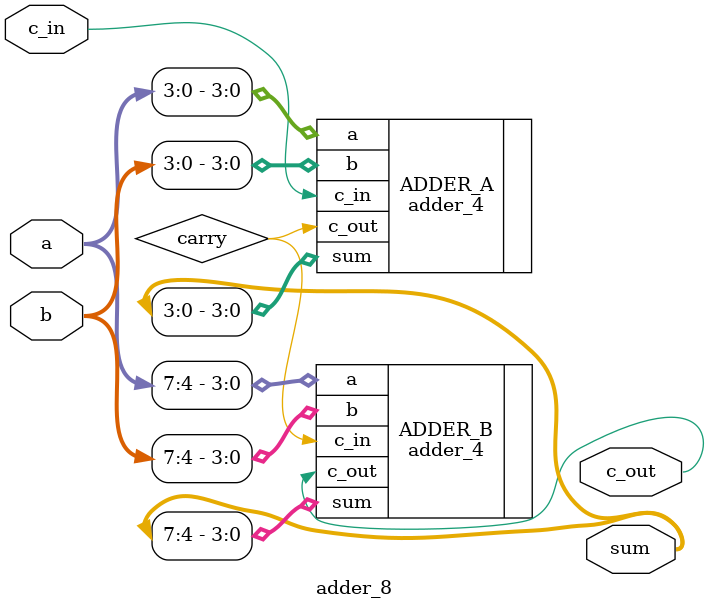
<source format=sv>
/*
  a 8 bit adder daisy chaining 2
  4 bit adders
*/

module adder_8(a, b, c_in, sum, c_out);

input  wire [7:0] a, b;
input wire c_in;
output logic [7:0] sum;
output logic c_out;

wire carry;

adder_4 ADDER_A(
  .a(a[3:0]),
  .b(b[3:0]),
  .c_in(c_in),
  .sum(sum[3:0]),
  .c_out(carry)
);

adder_4 ADDER_B(
  .a(a[7:4]),
  .b(b[7:4]),
  .c_in(carry),
  .sum(sum[7:4]),
  .c_out(c_out)
);


endmodule
</source>
